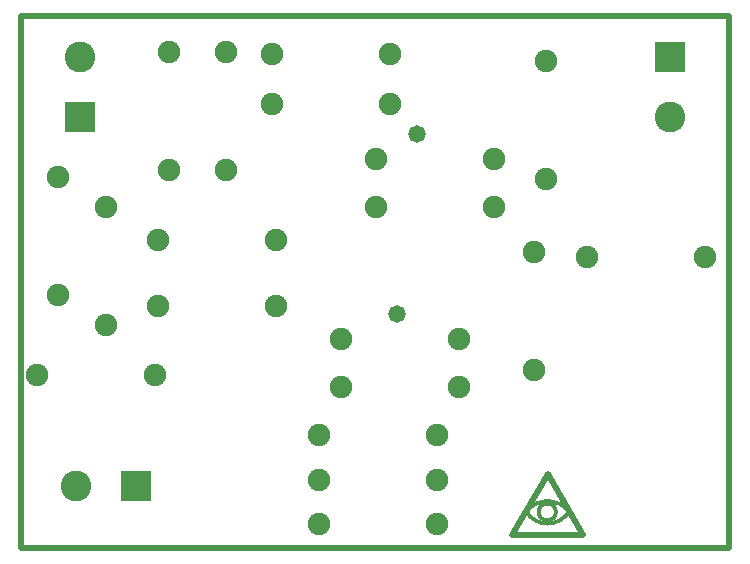
<source format=gbs>
G04 Layer_Color=16711935*
%FSLAX44Y44*%
%MOMM*%
G71*
G01*
G75*
%ADD10C,0.3000*%
%ADD13C,0.5000*%
%ADD27C,0.5500*%
%ADD30C,2.6032*%
%ADD31R,2.6032X2.6032*%
%ADD32C,1.9032*%
%ADD33R,2.6032X2.6032*%
%ADD34C,1.4732*%
D10*
X427801Y30649D02*
G03*
X464337Y30813I18219J10961D01*
G01*
X463676Y30370D02*
G03*
X428320Y30304I-17656J-11843D01*
G01*
X453049Y30180D02*
G03*
X453049Y30180I-7279J0D01*
G01*
D13*
X0Y450000D02*
X600000D01*
Y0D02*
Y450000D01*
X0Y0D02*
X600000D01*
X0D02*
Y450000D01*
D27*
X416020Y10930D02*
X476020D01*
X445970Y62480D02*
X476020Y10930D01*
X416020D02*
X445970Y62480D01*
D30*
X50000Y415400D02*
D03*
X46990Y52070D02*
D03*
X550000Y364600D02*
D03*
D31*
X50000D02*
D03*
X550000Y415400D02*
D03*
D32*
X116370Y260350D02*
D03*
X216370D02*
D03*
X434340Y250660D02*
D03*
Y150660D02*
D03*
X13500Y146050D02*
D03*
X113500D02*
D03*
X444500Y411950D02*
D03*
Y311950D02*
D03*
X252260Y57150D02*
D03*
X352260D02*
D03*
Y95250D02*
D03*
X252260D02*
D03*
X352260Y20320D02*
D03*
X252260D02*
D03*
X116370Y204470D02*
D03*
X216370D02*
D03*
X72390Y288760D02*
D03*
Y188760D02*
D03*
X31750Y314160D02*
D03*
Y214160D02*
D03*
X479590Y246380D02*
D03*
X579590D02*
D03*
X400520Y328930D02*
D03*
X300520D02*
D03*
X400520Y288290D02*
D03*
X300520D02*
D03*
X271310Y176530D02*
D03*
X371310D02*
D03*
X125730Y319570D02*
D03*
Y419570D02*
D03*
X271310Y135890D02*
D03*
X371310D02*
D03*
X173990Y319570D02*
D03*
Y419570D02*
D03*
X212890Y375920D02*
D03*
X312890D02*
D03*
X212890Y417830D02*
D03*
X312890D02*
D03*
D33*
X97790Y52070D02*
D03*
D34*
X318770Y198120D02*
D03*
X335280Y350520D02*
D03*
M02*

</source>
